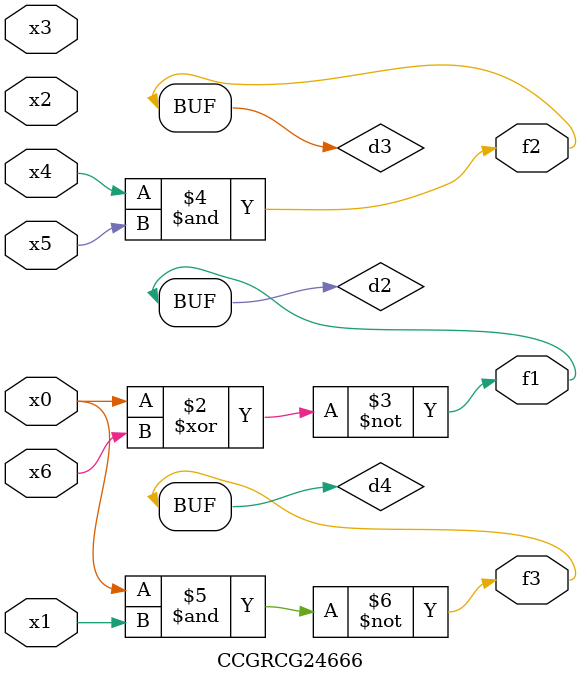
<source format=v>
module CCGRCG24666(
	input x0, x1, x2, x3, x4, x5, x6,
	output f1, f2, f3
);

	wire d1, d2, d3, d4;

	nor (d1, x0);
	xnor (d2, x0, x6);
	and (d3, x4, x5);
	nand (d4, x0, x1);
	assign f1 = d2;
	assign f2 = d3;
	assign f3 = d4;
endmodule

</source>
